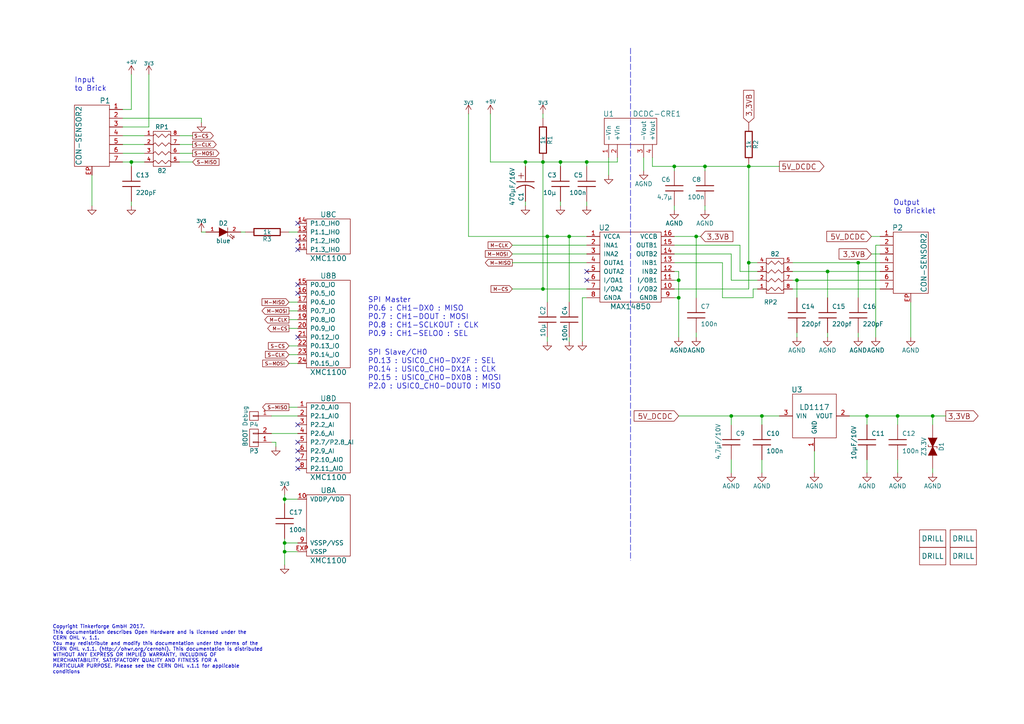
<source format=kicad_sch>
(kicad_sch (version 20211123) (generator eeschema)
  (paper "A4")
  (title_block (title "Bricklet Isolator") (date "2017-12-11") (rev "1.0") (company "Tinkerforge GmbH") (comment 1 "Licensed under CERN OHL v.1.1") (comment 2 "Copyright (©) 2017, L.Lauer <lukas@tinkerforge.com>"))
  (lib_symbols
    (symbol "tinkerforge:+5V" (power) (pin_names (offset 0))
      (property "Value" "+5V" (at 0 3.556 0))
      (symbol "+5V_0_1"
        (polyline (pts (xy -0.762 1.27) (xy 0 2.54)))
        (polyline (pts (xy 0 0) (xy 0 2.54)))
        (polyline (pts (xy 0 2.54) (xy 0.762 1.27)))
      )
      (symbol "+5V_1_1"
        (pin power_in line (at 0 0 90) (length 0) hide (name "+5V") (number "1"))
      )
    )
    (symbol "tinkerforge:3V3" (power) (pin_names (offset 0))
      (property "Value" "3V3" (at 0 3.556 0))
      (symbol "3V3_0_1"
        (polyline (pts (xy -0.762 1.27) (xy 0 2.54)))
        (polyline (pts (xy 0 0) (xy 0 2.54)))
        (polyline (pts (xy 0 2.54) (xy 0.762 1.27)))
      )
      (symbol "3V3_1_1"
        (pin power_in line (at 0 0 90) (length 0) hide (name "3V3") (number "1"))
      )
    )
    (symbol "tinkerforge:AGND" (power) (pin_names (offset 0))
      (property "Value" "AGND" (at 0 -5.08 0))
      (symbol "AGND_0_1"
        (polyline (pts (xy 0 0) (xy 0 -1.27) (xy 1.27 -1.27) (xy 0 -2.54) (xy -1.27 -1.27) (xy 0 -1.27)))
      )
      (symbol "AGND_1_1"
        (pin power_in line (at 0 0 270) (length 0) hide (name "AGND") (number "1"))
      )
    )
    (symbol "tinkerforge:C" (pin_numbers hide) (pin_names (offset 0.254))
      (property "Reference" "C" (at 1.27 2.54 0))
      (property "Value" "C" (at 1.27 -2.54 0))
      (symbol "C_0_1"
        (polyline (pts (xy -2.54 -0.762) (xy 2.54 -0.762)) (stroke (width 0.254)))
        (polyline (pts (xy -2.54 0.762) (xy 2.54 0.762)) (stroke (width 0.254)))
      )
      (symbol "C_1_1"
        (pin passive line (at 0 5.08 270) (length 4.318) (name "~") (number "1"))
        (pin passive line (at 0 -5.08 90) (length 4.318) (name "~") (number "2"))
      )
    )
    (symbol "tinkerforge:CON-SENSOR2" (pin_names (offset 1.016))
      (property "Reference" "P" (at -3.81 10.16 0))
      (property "Value" "CON-SENSOR2" (at 3.81 0 90))
      (symbol "CON-SENSOR2_0_1"
        (rectangle (start -5.08 8.89) (end 5.08 -8.89))
      )
      (symbol "CON-SENSOR2_1_1"
        (pin passive line (at -8.89 7.62 0) (length 3.81) (name "~") (number "1"))
        (pin passive line (at -8.89 5.08 0) (length 3.81) (name "~") (number "2"))
        (pin passive line (at -8.89 2.54 0) (length 3.81) (name "~") (number "3"))
        (pin passive line (at -8.89 0 0) (length 3.81) (name "~") (number "4"))
        (pin passive line (at -8.89 -2.54 0) (length 3.81) (name "~") (number "5"))
        (pin passive line (at -8.89 -5.08 0) (length 3.81) (name "~") (number "6"))
        (pin passive line (at -8.89 -7.62 0) (length 3.81) (name "~") (number "7"))
        (pin passive line (at 0 -11.43 90) (length 2.54) (name "~") (number "EP"))
      )
    )
    (symbol "tinkerforge:CONN_01X01" (pin_names (offset 1.016) hide)
      (property "Reference" "P" (at 0 2.54 0))
      (property "Value" "CONN_01X01" (at 2.54 0 90))
      (symbol "CONN_01X01_0_1"
        (rectangle (start -1.27 0.127) (end 0.254 -0.127))
        (rectangle (start -1.27 1.27) (end 1.27 -1.27))
      )
      (symbol "CONN_01X01_1_1"
        (pin passive line (at -5.08 0 0) (length 3.81) (name "P1") (number "1"))
      )
    )
    (symbol "tinkerforge:CONN_01X02" (pin_names (offset 1.016) hide)
      (property "Reference" "P" (at 0 3.81 0))
      (property "Value" "CONN_01X02" (at 2.54 0 90))
      (symbol "CONN_01X02_0_1"
        (rectangle (start -1.27 -1.143) (end 0.254 -1.397))
        (rectangle (start -1.27 1.397) (end 0.254 1.143))
        (rectangle (start -1.27 2.54) (end 1.27 -2.54))
      )
      (symbol "CONN_01X02_1_1"
        (pin passive line (at -5.08 1.27 0) (length 3.81) (name "P1") (number "1"))
        (pin passive line (at -5.08 -1.27 0) (length 3.81) (name "P2") (number "2"))
      )
    )
    (symbol "tinkerforge:CP1" (pin_numbers hide) (pin_names (offset 0.254) hide)
      (property "Reference" "C" (at 1.27 2.54 0))
      (property "Value" "CP1" (at 1.27 -2.54 0))
      (symbol "CP1_0_0"
        (text "+" (at -1.27 2.54 0) (effects (font (size 2.032 2.032))))
      )
      (symbol "CP1_0_1"
        (polyline (pts (xy 0 1.27) (xy 0 0.762) (xy 0 0.762)))
        (polyline (pts (xy 2.54 0.635) (xy -2.54 0.635) (xy -2.54 0.635)) (stroke (width 0.254)))
        (arc (start 2.54 -1.27) (mid 0 -0.379) (end -2.54 -1.27) (stroke (width 0.254)))
      )
      (symbol "CP1_1_1"
        (pin passive line (at 0 5.08 270) (length 3.81) (name "~") (number "1"))
        (pin passive line (at 0 -5.08 90) (length 4.572) (name "~") (number "2"))
      )
    )
    (symbol "tinkerforge:DCDC-CRE1" (pin_names (offset 1.016))
      (property "Reference" "U" (at -6.35 5.08 0))
      (property "Value" "DCDC-CRE1" (at 7.62 5.08 0))
      (symbol "DCDC-CRE1_0_1"
        (rectangle (start -7.62 3.81) (end 7.62 -3.81))
      )
      (symbol "DCDC-CRE1_1_1"
        (pin passive line (at -6.35 -7.62 90) (length 3.81) (name "-Vin") (number "1"))
        (pin passive line (at -3.81 -7.62 90) (length 3.81) (name "+Vin") (number "2"))
        (pin passive line (at 3.81 -7.62 90) (length 3.81) (name "-Vout") (number "3"))
        (pin passive line (at 6.35 -7.62 90) (length 3.81) (name "+Vout") (number "4"))
      )
    )
    (symbol "tinkerforge:DRILL" (pin_numbers hide) (pin_names (offset 0) hide)
      (property "Value" "DRILL" (at 0 0 0))
      (symbol "DRILL_0_1"
        (rectangle (start -3.81 2.54) (end 3.81 -2.54))
      )
    )
    (symbol "tinkerforge:GND" (power) (pin_names (offset 0))
      (property "Value" "GND" (at 0 -5.08 0))
      (symbol "GND_0_1"
        (polyline (pts (xy 0 0) (xy 0 -1.27) (xy 1.27 -1.27) (xy 0 -2.54) (xy -1.27 -1.27) (xy 0 -1.27)))
      )
      (symbol "GND_1_1"
        (pin power_in line (at 0 0 270) (length 0) hide (name "GND") (number "1"))
      )
    )
    (symbol "tinkerforge:LD1117" (pin_names (offset 1.016))
      (property "Reference" "U" (at -5.08 12.7 0))
      (property "Value" "LD1117" (at 0 7.62 0))
      (symbol "LD1117_0_1"
        (rectangle (start -6.35 11.43) (end 6.35 -1.27))
      )
      (symbol "LD1117_1_1"
        (pin passive line (at 0 -5.08 90) (length 3.81) (name "GND") (number "1"))
        (pin output line (at 10.16 5.08 180) (length 3.81) (name "VOUT") (number "2"))
        (pin input line (at -10.16 5.08 0) (length 3.81) (name "VIN") (number "3"))
      )
    )
    (symbol "tinkerforge:LED" (pin_names (offset 1.016) hide)
      (property "Reference" "D" (at 0 2.54 0))
      (property "Value" "LED" (at 0 -2.54 0))
      (symbol "LED_0_1"
        (polyline (pts (xy 1.27 1.27) (xy 1.27 -1.27)))
        (polyline (pts (xy -1.27 1.27) (xy 1.27 0) (xy -1.27 -1.27)) (fill (type outline)))
        (polyline (pts (xy 1.651 -1.016) (xy 2.794 -2.032) (xy 2.667 -1.397)))
        (polyline (pts (xy 2.032 -0.635) (xy 3.175 -1.651) (xy 3.048 -1.016)))
      )
      (symbol "LED_1_1"
        (pin passive line (at -5.08 0 0) (length 3.81) (name "A") (number "1"))
        (pin passive line (at 5.08 0 180) (length 3.81) (name "K") (number "2"))
      )
    )
    (symbol "tinkerforge:MAX14850" (pin_names (offset 1.016))
      (property "Reference" "U" (at -7.62 11.43 0))
      (property "Value" "MAX14850" (at 0 -11.43 0))
      (symbol "MAX14850_0_1"
        (rectangle (start -8.89 10.16) (end 8.89 -10.16))
      )
      (symbol "MAX14850_1_1"
        (pin passive line (at -12.7 8.89 0) (length 3.81) (name "VCCA") (number "1"))
        (pin passive line (at 12.7 -6.35 180) (length 3.81) (name "I/OB2") (number "10"))
        (pin passive line (at 12.7 -3.81 180) (length 3.81) (name "I/OB1") (number "11"))
        (pin passive line (at 12.7 -1.27 180) (length 3.81) (name "INB2") (number "12"))
        (pin passive line (at 12.7 1.27 180) (length 3.81) (name "INB1") (number "13"))
        (pin passive line (at 12.7 3.81 180) (length 3.81) (name "OUTB2") (number "14"))
        (pin passive line (at 12.7 6.35 180) (length 3.81) (name "OUTB1") (number "15"))
        (pin passive line (at 12.7 8.89 180) (length 3.81) (name "VCCB") (number "16"))
        (pin passive line (at -12.7 6.35 0) (length 3.81) (name "INA1") (number "2"))
        (pin passive line (at -12.7 3.81 0) (length 3.81) (name "INA2") (number "3"))
        (pin passive line (at -12.7 1.27 0) (length 3.81) (name "OUTA1") (number "4"))
        (pin passive line (at -12.7 -1.27 0) (length 3.81) (name "OUTA2") (number "5"))
        (pin passive line (at -12.7 -3.81 0) (length 3.81) (name "I/OA1") (number "6"))
        (pin passive line (at -12.7 -6.35 0) (length 3.81) (name "I/OA2") (number "7"))
        (pin passive line (at -12.7 -8.89 0) (length 3.81) (name "GNDA") (number "8"))
        (pin passive line (at 12.7 -8.89 180) (length 3.81) (name "GNDB") (number "9"))
      )
    )
    (symbol "tinkerforge:R" (pin_numbers hide) (pin_names (offset 0))
      (property "Reference" "R" (at 2.032 0 90))
      (property "Value" "R" (at 0 0 90))
      (symbol "R_0_1"
        (rectangle (start -1.016 3.81) (end 1.016 -3.81) (stroke (width 0.3048)))
      )
      (symbol "R_1_1"
        (pin passive line (at 0 6.35 270) (length 2.54) (name "~") (number "1"))
        (pin passive line (at 0 -6.35 90) (length 2.54) (name "~") (number "2"))
      )
    )
    (symbol "tinkerforge:R_PACK4" (pin_names hide)
      (property "Reference" "RP" (at 0 11.43 0))
      (property "Value" "R_PACK4" (at 0 -1.27 0))
      (symbol "R_PACK4_0_1"
        (polyline (pts (xy -2.54 10.16) (xy -2.54 0) (xy 2.54 0) (xy 2.54 10.16) (xy -2.54 10.16)))
        (polyline (pts (xy -2.54 1.27) (xy -2.032 1.778) (xy -1.016 0.762) (xy 0 1.778) (xy 1.016 0.762) (xy 2.032 1.778) (xy 2.54 1.27)))
        (polyline (pts (xy -2.54 3.81) (xy -2.032 4.318) (xy -1.016 3.302) (xy 0 4.318) (xy 1.016 3.302) (xy 2.032 4.318) (xy 2.54 3.81)))
        (polyline (pts (xy -2.54 6.35) (xy -2.032 6.858) (xy -1.016 5.842) (xy 0 6.858) (xy 1.016 5.842) (xy 2.032 6.858) (xy 2.54 6.35)))
        (polyline (pts (xy -2.54 8.89) (xy -2.032 9.398) (xy -1.016 8.382) (xy 0 9.398) (xy 1.016 8.382) (xy 2.032 9.398) (xy 2.54 8.89)))
      )
      (symbol "R_PACK4_1_1"
        (pin passive line (at -5.08 8.89 0) (length 2.54) (name "P1") (number "1"))
        (pin passive line (at -5.08 6.35 0) (length 2.54) (name "P2") (number "2"))
        (pin passive line (at -5.08 3.81 0) (length 2.54) (name "P3") (number "3"))
        (pin passive line (at -5.08 1.27 0) (length 2.54) (name "P4") (number "4"))
        (pin passive line (at 5.08 1.27 180) (length 2.54) (name "R4") (number "5"))
        (pin passive line (at 5.08 3.81 180) (length 2.54) (name "R3") (number "6"))
        (pin passive line (at 5.08 6.35 180) (length 2.54) (name "R2") (number "7"))
        (pin passive line (at 5.08 8.89 180) (length 2.54) (name "R1") (number "8"))
      )
    )
    (symbol "tinkerforge:TVS" (pin_numbers hide) (pin_names (offset 1.016) hide)
      (property "Reference" "D" (at -1.27 2.54 0))
      (property "Value" "TVS" (at 0 -2.54 0))
      (symbol "TVS_0_1"
        (polyline (pts (xy 0 -1.27) (xy -0.508 -1.27)))
        (polyline (pts (xy 0 1.27) (xy 0 -1.27)) (stroke (width 0.1524)))
        (polyline (pts (xy 0 1.27) (xy 0.508 1.27)))
        (polyline (pts (xy -2.54 1.27) (xy 0 0) (xy -2.54 -1.27)) (fill (type outline)))
        (polyline (pts (xy -2.54 1.27) (xy 0 0) (xy -2.54 -1.27)) (fill (type outline)))
        (polyline (pts (xy 0 0) (xy 2.54 1.27) (xy 2.54 -1.27) (xy 0 0)) (fill (type outline)))
      )
      (symbol "TVS_1_1"
        (pin passive line (at -6.35 0 0) (length 3.81) (name "A") (number "1"))
        (pin passive line (at 6.35 0 180) (length 3.81) (name "K") (number "2"))
      )
    )
    (symbol "tinkerforge:XMC1XXX24" (pin_names (offset 1.016))
      (property "Reference" "U" (at -3.81 15.24 0))
      (property "Value" "XMC1XXX24" (at 0 -16.51 0))
      (symbol "XMC1XXX24_1_1"
        (rectangle (start -6.35 8.89) (end 6.35 -8.89))
        (pin passive line (at -8.89 7.62 0) (length 2.54) (name "VDDP/VDD") (number "10"))
        (pin passive line (at -8.89 -5.08 0) (length 2.54) (name "VSSP/VSS") (number "9"))
        (pin passive line (at -8.89 -7.62 0) (length 2.54) (name "VSSP") (number "EXP"))
      )
      (symbol "XMC1XXX24_2_1"
        (rectangle (start -6.35 12.7) (end 6.35 -12.7))
        (pin passive line (at -8.89 11.43 0) (length 2.54) (name "P0.0_IO") (number "15"))
        (pin passive line (at -8.89 8.89 0) (length 2.54) (name "P0.5_IO") (number "16"))
        (pin passive line (at -8.89 6.35 0) (length 2.54) (name "P0.6_IO") (number "17"))
        (pin passive line (at -8.89 3.81 0) (length 2.54) (name "P0.7_IO") (number "18"))
        (pin passive line (at -8.89 1.27 0) (length 2.54) (name "P0.8_IO") (number "19"))
        (pin passive line (at -8.89 -1.27 0) (length 2.54) (name "P0.9_IO") (number "20"))
        (pin passive line (at -8.89 -3.81 0) (length 2.54) (name "P0.12_IO") (number "21"))
        (pin passive line (at -8.89 -6.35 0) (length 2.54) (name "P0.13_IO") (number "22"))
        (pin passive line (at -8.89 -8.89 0) (length 2.54) (name "P0.14_IO") (number "23"))
        (pin passive line (at -8.89 -11.43 0) (length 2.54) (name "P0.15_IO") (number "24"))
      )
      (symbol "XMC1XXX24_3_1"
        (rectangle (start -6.35 5.08) (end 6.35 -5.08))
        (pin passive line (at -8.89 -3.81 0) (length 2.54) (name "P1.3_IHO") (number "11"))
        (pin passive line (at -8.89 -1.27 0) (length 2.54) (name "P1.2_IHO") (number "12"))
        (pin passive line (at -8.89 1.27 0) (length 2.54) (name "P1.1_IHO") (number "13"))
        (pin passive line (at -8.89 3.81 0) (length 2.54) (name "P1.0_IHO") (number "14"))
      )
      (symbol "XMC1XXX24_4_1"
        (rectangle (start -6.35 10.16) (end 6.35 -10.16))
        (pin passive line (at -8.89 8.89 0) (length 2.54) (name "P2.0_AIO") (number "1"))
        (pin passive line (at -8.89 6.35 0) (length 2.54) (name "P2.1_AIO") (number "2"))
        (pin passive line (at -8.89 3.81 0) (length 2.54) (name "P2.2_AI") (number "3"))
        (pin passive line (at -8.89 1.27 0) (length 2.54) (name "P2.6_AI") (number "4"))
        (pin passive line (at -8.89 -1.27 0) (length 2.54) (name "P2.7/P2.8_AI") (number "5"))
        (pin passive line (at -8.89 -3.81 0) (length 2.54) (name "P2.9_AI") (number "6"))
        (pin passive line (at -8.89 -6.35 0) (length 2.54) (name "P2.10_AIO") (number "7"))
        (pin passive line (at -8.89 -8.89 0) (length 2.54) (name "P2.11_AIO") (number "8"))
      )
    )
  )
  (junction (at 201.93 68.58))
  (junction (at 38.1 46.99))
  (junction (at 217.17 76.2))
  (junction (at 217.17 48.26))
  (junction (at 204.47 48.26))
  (junction (at 220.98 120.65))
  (junction (at 157.48 83.82))
  (junction (at 251.46 120.65))
  (junction (at 157.48 46.99))
  (junction (at 231.14 81.28))
  (junction (at 158.75 68.58))
  (junction (at 82.55 157.48))
  (junction (at 82.55 144.78))
  (junction (at 82.55 160.02))
  (junction (at 196.85 81.28))
  (junction (at 170.18 46.99))
  (junction (at 270.51 120.65))
  (junction (at 195.58 48.26))
  (junction (at 152.4 46.99))
  (junction (at 162.56 46.99))
  (junction (at 212.09 120.65))
  (junction (at 196.85 86.36))
  (junction (at 165.1 68.58))
  (junction (at 248.92 76.2))
  (junction (at 240.03 78.74))
  (junction (at 260.35 120.65))
  (no_connect (at 86.36 135.89))
  (no_connect (at 86.36 128.27))
  (no_connect (at 86.36 69.85))
  (no_connect (at 170.18 81.28))
  (no_connect (at 170.18 78.74))
  (no_connect (at 86.36 85.09))
  (no_connect (at 86.36 130.81))
  (no_connect (at 86.36 72.39))
  (no_connect (at 86.36 64.77))
  (no_connect (at 86.36 82.55))
  (no_connect (at 86.36 133.35))
  (no_connect (at 86.36 123.19))
  (no_connect (at 86.36 97.79))
  (wire (pts (xy 195.58 86.36) (xy 196.85 86.36)))
  (wire (pts (xy 83.82 87.63) (xy 86.36 87.63)))
  (wire (pts (xy 86.36 95.25) (xy 83.82 95.25)))
  (wire (pts (xy 58.42 34.29) (xy 58.42 35.56)))
  (wire (pts (xy 78.74 128.27) (xy 80.01 128.27)))
  (wire (pts (xy 195.58 81.28) (xy 196.85 81.28)))
  (wire (pts (xy 38.1 59.69) (xy 38.1 58.42)))
  (wire (pts (xy 231.14 96.52) (xy 231.14 97.79)))
  (wire (pts (xy 260.35 120.65) (xy 270.51 120.65)))
  (wire (pts (xy 229.87 76.2) (xy 248.92 76.2)))
  (wire (pts (xy 218.44 83.82) (xy 219.71 83.82)))
  (wire (pts (xy 212.09 73.66) (xy 212.09 81.28)))
  (wire (pts (xy 251.46 123.19) (xy 251.46 120.65)))
  (wire (pts (xy 55.88 41.91) (xy 52.07 41.91)))
  (wire (pts (xy 86.36 118.11) (xy 83.82 118.11)))
  (wire (pts (xy 255.27 71.12) (xy 254 71.12)))
  (wire (pts (xy 170.18 86.36) (xy 168.91 86.36)))
  (wire (pts (xy 218.44 83.82) (xy 218.44 86.36)))
  (polyline (pts (xy 182.88 13.97) (xy 182.88 162.56)))
  (wire (pts (xy 86.36 102.87) (xy 83.82 102.87)))
  (wire (pts (xy 148.59 76.2) (xy 170.18 76.2)))
  (wire (pts (xy 251.46 137.16) (xy 251.46 133.35)))
  (wire (pts (xy 240.03 86.36) (xy 240.03 78.74)))
  (wire (pts (xy 35.56 46.99) (xy 38.1 46.99)))
  (wire (pts (xy 195.58 76.2) (xy 209.55 76.2)))
  (wire (pts (xy 204.47 48.26) (xy 217.17 48.26)))
  (wire (pts (xy 157.48 46.99) (xy 162.56 46.99)))
  (wire (pts (xy 179.07 46.99) (xy 179.07 45.72)))
  (wire (pts (xy 135.89 68.58) (xy 158.75 68.58)))
  (wire (pts (xy 38.1 31.75) (xy 38.1 21.59)))
  (wire (pts (xy 35.56 34.29) (xy 58.42 34.29)))
  (wire (pts (xy 148.59 73.66) (xy 170.18 73.66)))
  (wire (pts (xy 270.51 123.19) (xy 270.51 120.65)))
  (wire (pts (xy 209.55 76.2) (xy 209.55 86.36)))
  (wire (pts (xy 152.4 48.26) (xy 152.4 46.99)))
  (wire (pts (xy 43.18 36.83) (xy 35.56 36.83)))
  (wire (pts (xy 82.55 160.02) (xy 86.36 160.02)))
  (wire (pts (xy 82.55 157.48) (xy 82.55 160.02)))
  (wire (pts (xy 270.51 120.65) (xy 274.32 120.65)))
  (wire (pts (xy 196.85 78.74) (xy 196.85 81.28)))
  (wire (pts (xy 162.56 46.99) (xy 170.18 46.99)))
  (wire (pts (xy 83.82 100.33) (xy 86.36 100.33)))
  (wire (pts (xy 196.85 81.28) (xy 196.85 86.36)))
  (wire (pts (xy 195.58 49.53) (xy 195.58 48.26)))
  (wire (pts (xy 152.4 46.99) (xy 157.48 46.99)))
  (wire (pts (xy 82.55 160.02) (xy 82.55 163.83)))
  (wire (pts (xy 142.24 46.99) (xy 142.24 33.02)))
  (wire (pts (xy 217.17 48.26) (xy 226.06 48.26)))
  (wire (pts (xy 135.89 68.58) (xy 135.89 33.02)))
  (wire (pts (xy 35.56 39.37) (xy 41.91 39.37)))
  (wire (pts (xy 255.27 78.74) (xy 240.03 78.74)))
  (wire (pts (xy 212.09 133.35) (xy 212.09 137.16)))
  (wire (pts (xy 270.51 137.16) (xy 270.51 135.89)))
  (wire (pts (xy 220.98 137.16) (xy 220.98 133.35)))
  (wire (pts (xy 260.35 123.19) (xy 260.35 120.65)))
  (wire (pts (xy 142.24 46.99) (xy 152.4 46.99)))
  (wire (pts (xy 148.59 71.12) (xy 170.18 71.12)))
  (wire (pts (xy 71.12 67.31) (xy 69.85 67.31)))
  (wire (pts (xy 226.06 120.65) (xy 220.98 120.65)))
  (wire (pts (xy 189.23 45.72) (xy 189.23 48.26)))
  (wire (pts (xy 43.18 21.59) (xy 43.18 36.83)))
  (wire (pts (xy 260.35 133.35) (xy 260.35 137.16)))
  (wire (pts (xy 248.92 86.36) (xy 248.92 76.2)))
  (wire (pts (xy 165.1 68.58) (xy 165.1 87.63)))
  (wire (pts (xy 165.1 97.79) (xy 165.1 99.06)))
  (wire (pts (xy 212.09 120.65) (xy 196.85 120.65)))
  (wire (pts (xy 214.63 78.74) (xy 219.71 78.74)))
  (wire (pts (xy 158.75 99.06) (xy 158.75 97.79)))
  (wire (pts (xy 148.59 83.82) (xy 157.48 83.82)))
  (wire (pts (xy 165.1 68.58) (xy 170.18 68.58)))
  (wire (pts (xy 189.23 48.26) (xy 195.58 48.26)))
  (wire (pts (xy 162.56 58.42) (xy 162.56 59.69)))
  (wire (pts (xy 152.4 58.42) (xy 152.4 59.69)))
  (wire (pts (xy 82.55 156.21) (xy 82.55 157.48)))
  (wire (pts (xy 195.58 73.66) (xy 212.09 73.66)))
  (wire (pts (xy 252.73 73.66) (xy 255.27 73.66)))
  (wire (pts (xy 82.55 157.48) (xy 86.36 157.48)))
  (wire (pts (xy 26.67 50.8) (xy 26.67 59.69)))
  (wire (pts (xy 201.93 96.52) (xy 201.93 97.79)))
  (wire (pts (xy 59.69 67.31) (xy 58.42 67.31)))
  (wire (pts (xy 248.92 96.52) (xy 248.92 97.79)))
  (wire (pts (xy 80.01 128.27) (xy 80.01 129.54)))
  (wire (pts (xy 212.09 123.19) (xy 212.09 120.65)))
  (wire (pts (xy 170.18 48.26) (xy 170.18 46.99)))
  (wire (pts (xy 254 71.12) (xy 254 97.79)))
  (wire (pts (xy 251.46 120.65) (xy 260.35 120.65)))
  (wire (pts (xy 195.58 71.12) (xy 214.63 71.12)))
  (wire (pts (xy 86.36 144.78) (xy 82.55 144.78)))
  (wire (pts (xy 204.47 60.96) (xy 204.47 59.69)))
  (wire (pts (xy 204.47 49.53) (xy 204.47 48.26)))
  (wire (pts (xy 170.18 58.42) (xy 170.18 59.69)))
  (wire (pts (xy 217.17 76.2) (xy 219.71 76.2)))
  (wire (pts (xy 35.56 31.75) (xy 38.1 31.75)))
  (wire (pts (xy 217.17 76.2) (xy 217.17 83.82)))
  (wire (pts (xy 252.73 68.58) (xy 255.27 68.58)))
  (wire (pts (xy 220.98 120.65) (xy 212.09 120.65)))
  (wire (pts (xy 201.93 68.58) (xy 201.93 86.36)))
  (wire (pts (xy 231.14 86.36) (xy 231.14 81.28)))
  (wire (pts (xy 195.58 48.26) (xy 204.47 48.26)))
  (wire (pts (xy 86.36 125.73) (xy 78.74 125.73)))
  (wire (pts (xy 83.82 105.41) (xy 86.36 105.41)))
  (wire (pts (xy 86.36 90.17) (xy 83.82 90.17)))
  (wire (pts (xy 186.69 45.72) (xy 186.69 49.53)))
  (wire (pts (xy 195.58 60.96) (xy 195.58 59.69)))
  (wire (pts (xy 196.85 86.36) (xy 196.85 97.79)))
  (wire (pts (xy 248.92 76.2) (xy 255.27 76.2)))
  (wire (pts (xy 240.03 78.74) (xy 229.87 78.74)))
  (wire (pts (xy 220.98 123.19) (xy 220.98 120.65)))
  (wire (pts (xy 35.56 44.45) (xy 41.91 44.45)))
  (wire (pts (xy 52.07 44.45) (xy 55.88 44.45)))
  (wire (pts (xy 157.48 34.29) (xy 157.48 33.02)))
  (wire (pts (xy 78.74 120.65) (xy 86.36 120.65)))
  (wire (pts (xy 38.1 46.99) (xy 38.1 48.26)))
  (wire (pts (xy 168.91 86.36) (xy 168.91 99.06)))
  (wire (pts (xy 195.58 68.58) (xy 201.93 68.58)))
  (wire (pts (xy 38.1 46.99) (xy 41.91 46.99)))
  (wire (pts (xy 176.53 45.72) (xy 176.53 50.8)))
  (wire (pts (xy 195.58 78.74) (xy 196.85 78.74)))
  (wire (pts (xy 157.48 83.82) (xy 170.18 83.82)))
  (wire (pts (xy 217.17 48.26) (xy 217.17 76.2)))
  (wire (pts (xy 236.22 130.81) (xy 236.22 137.16)))
  (wire (pts (xy 201.93 68.58) (xy 203.2 68.58)))
  (wire (pts (xy 212.09 81.28) (xy 219.71 81.28)))
  (wire (pts (xy 246.38 120.65) (xy 251.46 120.65)))
  (wire (pts (xy 83.82 92.71) (xy 86.36 92.71)))
  (wire (pts (xy 157.48 46.99) (xy 157.48 83.82)))
  (wire (pts (xy 170.18 46.99) (xy 179.07 46.99)))
  (wire (pts (xy 240.03 96.52) (xy 240.03 97.79)))
  (wire (pts (xy 229.87 81.28) (xy 231.14 81.28)))
  (wire (pts (xy 83.82 67.31) (xy 86.36 67.31)))
  (wire (pts (xy 41.91 41.91) (xy 35.56 41.91)))
  (wire (pts (xy 158.75 68.58) (xy 165.1 68.58)))
  (wire (pts (xy 264.16 97.79) (xy 264.16 87.63)))
  (wire (pts (xy 82.55 143.51) (xy 82.55 144.78)))
  (wire (pts (xy 218.44 86.36) (xy 209.55 86.36)))
  (wire (pts (xy 231.14 81.28) (xy 255.27 81.28)))
  (wire (pts (xy 52.07 39.37) (xy 55.88 39.37)))
  (wire (pts (xy 162.56 48.26) (xy 162.56 46.99)))
  (wire (pts (xy 217.17 83.82) (xy 195.58 83.82)))
  (wire (pts (xy 158.75 87.63) (xy 158.75 68.58)))
  (wire (pts (xy 55.88 46.99) (xy 52.07 46.99)))
  (wire (pts (xy 82.55 144.78) (xy 82.55 146.05)))
  (wire (pts (xy 214.63 71.12) (xy 214.63 78.74)))
  (wire (pts (xy 255.27 83.82) (xy 229.87 83.82)))
  (text "Output\nto Bricklet" (at 259.08 62.23 0) (effects (font (size 1.524 1.524)) (justify left bottom)))
  (text "SPI Slave/CH0\nP0.13 : USIC0_CH0-DX2F : SEL\nP0.14 : USIC0_CH0-DX1A : CLK\nP0.15 : USIC0_CH0-DX0B : MOSI\nP2.0 : USIC0_CH0-DOUT0 : MISO" (at 106.68 113.03 0) (effects (font (size 1.524 1.524)) (justify left bottom)))
  (text "Input\nto Brick" (at 21.59 26.67 0) (effects (font (size 1.524 1.524)) (justify left bottom)))
  (text "Copyright Tinkerforge GmbH 2017.\nThis documentation describes Open Hardware and is licensed under the\nCERN OHL v. 1.1.\nYou may redistribute and modify this documentation under the terms of the\nCERN OHL v.1.1. (http://ohwr.org/cernohl). This documentation is distributed\nWITHOUT ANY EXPRESS OR IMPLIED WARRANTY, INCLUDING OF\nMERCHANTABILITY, SATISFACTORY QUALITY AND FITNESS FOR A\nPARTICULAR PURPOSE. Please see the CERN OHL v.1.1 for applicable\nconditions\n" (at 15.24 195.58 0) (effects (font (size 1.016 1.016)) (justify left bottom)))
  (text "SPI Master\nP0.6 : CH1-DX0 : MISO\nP0.7 : CH1-DOUT : MOSI\nP0.8 : CH1-SCLKOUT : CLK\nP0.9 : CH1-SELO0 : SEL" (at 106.68 97.79 0) (effects (font (size 1.524 1.524)) (justify left bottom)))
  (global_label "M-CS" (shape input) (at 148.59 83.82 180) (effects (font (size 0.9906 0.9906))) (property "Intersheet References" "${INTERSHEET_REFS}" (effects hide)))
  (global_label "5V_DCDC" (shape input) (at 252.73 68.58 180) (effects (font (size 1.524 1.524))) (property "Intersheet References" "${INTERSHEET_REFS}" (effects hide)))
  (global_label "S-MOSI" (shape output) (at 55.88 44.45 0) (effects (font (size 0.9906 0.9906))) (property "Intersheet References" "${INTERSHEET_REFS}" (effects hide)))
  (global_label "M-CS" (shape output) (at 83.82 95.25 180) (effects (font (size 0.9906 0.9906))) (property "Intersheet References" "${INTERSHEET_REFS}" (effects hide)))
  (global_label "S-MOSI" (shape input) (at 83.82 105.41 180) (effects (font (size 0.9906 0.9906))) (property "Intersheet References" "${INTERSHEET_REFS}" (effects hide)))
  (global_label "M-CLK" (shape output) (at 83.82 92.71 180) (effects (font (size 0.9906 0.9906))) (property "Intersheet References" "${INTERSHEET_REFS}" (effects hide)))
  (global_label "S-MISO" (shape output) (at 83.82 118.11 180) (effects (font (size 0.9906 0.9906))) (property "Intersheet References" "${INTERSHEET_REFS}" (effects hide)))
  (global_label "S-CS" (shape input) (at 83.82 100.33 180) (effects (font (size 0.9906 0.9906))) (property "Intersheet References" "${INTERSHEET_REFS}" (effects hide)))
  (global_label "M-CLK" (shape input) (at 148.59 71.12 180) (effects (font (size 0.9906 0.9906))) (property "Intersheet References" "${INTERSHEET_REFS}" (effects hide)))
  (global_label "3,3VB" (shape input) (at 217.17 35.56 90) (effects (font (size 1.524 1.524))) (property "Intersheet References" "${INTERSHEET_REFS}" (effects hide)))
  (global_label "S-CLK" (shape input) (at 83.82 102.87 180) (effects (font (size 0.9906 0.9906))) (property "Intersheet References" "${INTERSHEET_REFS}" (effects hide)))
  (global_label "M-MOSI" (shape input) (at 148.59 73.66 180) (effects (font (size 0.9906 0.9906))) (property "Intersheet References" "${INTERSHEET_REFS}" (effects hide)))
  (global_label "3,3VB" (shape input) (at 252.73 73.66 180) (effects (font (size 1.524 1.524))) (property "Intersheet References" "${INTERSHEET_REFS}" (effects hide)))
  (global_label "5V_DCDC" (shape output) (at 226.06 48.26 0) (effects (font (size 1.524 1.524))) (property "Intersheet References" "${INTERSHEET_REFS}" (effects hide)))
  (global_label "S-CLK" (shape output) (at 55.88 41.91 0) (effects (font (size 0.9906 0.9906))) (property "Intersheet References" "${INTERSHEET_REFS}" (effects hide)))
  (global_label "S-MISO" (shape input) (at 55.88 46.99 0) (effects (font (size 0.9906 0.9906))) (property "Intersheet References" "${INTERSHEET_REFS}" (effects hide)))
  (global_label "M-MOSI" (shape output) (at 83.82 90.17 180) (effects (font (size 0.9906 0.9906))) (property "Intersheet References" "${INTERSHEET_REFS}" (effects hide)))
  (global_label "M-MISO" (shape input) (at 83.82 87.63 180) (effects (font (size 0.9906 0.9906))) (property "Intersheet References" "${INTERSHEET_REFS}" (effects hide)))
  (global_label "3,3VB" (shape input) (at 203.2 68.58 0) (effects (font (size 1.524 1.524))) (property "Intersheet References" "${INTERSHEET_REFS}" (effects hide)))
  (global_label "3,3VB" (shape output) (at 274.32 120.65 0) (effects (font (size 1.524 1.524))) (property "Intersheet References" "${INTERSHEET_REFS}" (effects hide)))
  (global_label "M-MISO" (shape output) (at 148.59 76.2 180) (effects (font (size 0.9906 0.9906))) (property "Intersheet References" "${INTERSHEET_REFS}" (effects hide)))
  (global_label "S-CS" (shape output) (at 55.88 39.37 0) (effects (font (size 0.9906 0.9906))) (property "Intersheet References" "${INTERSHEET_REFS}" (effects hide)))
  (global_label "5V_DCDC" (shape input) (at 196.85 120.65 180) (effects (font (size 1.524 1.524))) (property "Intersheet References" "${INTERSHEET_REFS}" (effects hide)))
  (symbol (lib_id "tinkerforge:MAX14850") (at 182.88 77.47 0) (unit 1)
    (property "Reference" "U2" (at 175.26 66.04 0) (effects (font (size 1.524 1.524))))
    (property "Value" "MAX14850" (at 182.88 88.9 0) (effects (font (size 1.524 1.524))))
    (property "Footprint" "kicad-libraries:SOIC16" (effects hide))
  )
  (symbol (lib_id "tinkerforge:CON-SENSOR2") (at 26.67 39.37 0) (mirror y) (unit 1)
    (property "Reference" "P1" (at 30.48 29.21 0) (effects (font (size 1.524 1.524))))
    (property "Value" "CON-SENSOR2" (at 22.86 39.37 90) (effects (font (size 1.524 1.524))))
    (property "Footprint" "kicad-libraries:CON-SENSOR2" (effects hide))
  )
  (symbol (lib_id "tinkerforge:CON-SENSOR2") (at 264.16 76.2 0) (unit 1)
    (property "Reference" "P2" (at 260.35 66.04 0) (effects (font (size 1.524 1.524))))
    (property "Value" "CON-SENSOR2" (at 267.97 76.2 90) (effects (font (size 1.524 1.524))))
    (property "Footprint" "kicad-libraries:CON-SENSOR2" (effects hide))
  )
  (symbol (lib_id "tinkerforge:LD1117") (at 236.22 125.73 0) (unit 1)
    (property "Reference" "U3" (at 231.14 113.03 0) (effects (font (size 1.524 1.524))))
    (property "Value" "LD1117" (at 236.22 118.11 0) (effects (font (size 1.524 1.524))))
    (property "Footprint" "kicad-libraries:SOT-223" (effects hide))
  )
  (symbol (lib_id "tinkerforge:C") (at 212.09 128.27 0) (unit 1)
    (property "Reference" "C9" (at 213.36 125.73 0) (effects (justify left)))
    (property "Value" "4,7µF/10V" (at 208.28 133.35 90) (effects (justify left)))
    (property "Footprint" "kicad-libraries:C0805" (effects hide))
  )
  (symbol (lib_id "tinkerforge:C") (at 220.98 128.27 0) (unit 1)
    (property "Reference" "C10" (at 222.25 125.73 0) (effects (justify left)))
    (property "Value" "100n" (at 222.25 130.81 0) (effects (justify left)))
    (property "Footprint" "kicad-libraries:C0603F" (effects hide))
  )
  (symbol (lib_id "tinkerforge:C") (at 251.46 128.27 0) (unit 1)
    (property "Reference" "C11" (at 252.73 125.73 0) (effects (justify left)))
    (property "Value" "10µF/10V" (at 247.65 133.35 90) (effects (justify left)))
    (property "Footprint" "kicad-libraries:C0805" (effects hide))
  )
  (symbol (lib_id "tinkerforge:C") (at 260.35 128.27 0) (unit 1)
    (property "Reference" "C12" (at 261.62 125.73 0) (effects (justify left)))
    (property "Value" "100n" (at 261.62 130.81 0) (effects (justify left)))
    (property "Footprint" "kicad-libraries:C0603F" (effects hide))
  )
  (symbol (lib_id "tinkerforge:DCDC-CRE1") (at 182.88 38.1 0) (unit 1)
    (property "Reference" "U1" (at 176.53 33.02 0) (effects (font (size 1.524 1.524))))
    (property "Value" "DCDC-CRE1" (at 190.5 33.02 0) (effects (font (size 1.524 1.524))))
    (property "Footprint" "kicad-libraries:SIP4" (effects hide))
  )
  (symbol (lib_id "tinkerforge:GND") (at 176.53 50.8 0) (unit 1)
    (property "Reference" "#PWR01" (effects hide))
    (property "Value" "GND" (effects hide))
  )
  (symbol (lib_id "tinkerforge:GND") (at 168.91 99.06 0) (unit 1)
    (property "Reference" "#PWR06" (effects hide))
    (property "Value" "GND" (effects hide))
  )
  (symbol (lib_id "tinkerforge:R") (at 157.48 40.64 0) (unit 1)
    (property "Reference" "R1" (at 159.512 40.64 90))
    (property "Value" "1k" (at 157.48 40.64 90))
    (property "Footprint" "kicad-libraries:R0603F" (effects hide))
  )
  (symbol (lib_id "tinkerforge:3V3") (at 157.48 33.02 0) (unit 1)
    (property "Reference" "#PWR07" (effects hide))
    (property "Value" "3V3" (at 157.48 29.845 0) (effects (font (size 1.016 1.016))))
  )
  (symbol (lib_id "tinkerforge:R") (at 217.17 41.91 0) (unit 1)
    (property "Reference" "R2" (at 219.202 41.91 90))
    (property "Value" "1k" (at 217.17 41.91 90))
    (property "Footprint" "kicad-libraries:R0603F" (effects hide))
  )
  (symbol (lib_id "tinkerforge:GND") (at 58.42 35.56 0) (unit 1)
    (property "Reference" "#PWR08" (effects hide))
    (property "Value" "GND" (effects hide))
  )
  (symbol (lib_id "tinkerforge:C") (at 201.93 91.44 0) (unit 1)
    (property "Reference" "C7" (at 203.2 88.9 0) (effects (justify left)))
    (property "Value" "100n" (at 203.2 93.98 0) (effects (justify left)))
    (property "Footprint" "kicad-libraries:C0603F" (effects hide))
  )
  (symbol (lib_id "tinkerforge:C") (at 165.1 92.71 0) (unit 1)
    (property "Reference" "C4" (at 163.83 91.44 90) (effects (justify left)))
    (property "Value" "100n" (at 163.83 99.06 90) (effects (justify left)))
    (property "Footprint" "kicad-libraries:C0603F" (effects hide))
  )
  (symbol (lib_id "tinkerforge:GND") (at 165.1 99.06 0) (unit 1)
    (property "Reference" "#PWR014" (effects hide))
    (property "Value" "GND" (effects hide))
  )
  (symbol (lib_id "tinkerforge:AGND") (at 201.93 97.79 0) (unit 1)
    (property "Reference" "#PWR015" (effects hide))
    (property "Value" "AGND" (at 201.93 101.6 0))
  )
  (symbol (lib_id "tinkerforge:CP1") (at 152.4 53.34 0) (unit 1)
    (property "Reference" "C1" (at 151.13 58.42 90) (effects (justify left)))
    (property "Value" "470µF/16V" (at 148.59 59.69 90) (effects (justify left)))
    (property "Footprint" "kicad-libraries:ELKO_83" (effects hide))
  )
  (symbol (lib_id "tinkerforge:C") (at 170.18 53.34 0) (unit 1)
    (property "Reference" "C5" (at 166.37 50.8 0) (effects (justify left)))
    (property "Value" "100n" (at 165.1 55.88 0) (effects (justify left)))
    (property "Footprint" "kicad-libraries:C0603F" (effects hide))
  )
  (symbol (lib_id "tinkerforge:C") (at 162.56 53.34 0) (unit 1)
    (property "Reference" "C3" (at 158.75 50.8 0) (effects (justify left)))
    (property "Value" "10µ" (at 157.48 55.88 0) (effects (justify left)))
    (property "Footprint" "kicad-libraries:C0805" (effects hide))
  )
  (symbol (lib_id "tinkerforge:GND") (at 152.4 59.69 0) (unit 1)
    (property "Reference" "#PWR016" (effects hide))
    (property "Value" "GND" (effects hide))
  )
  (symbol (lib_id "tinkerforge:GND") (at 162.56 59.69 0) (unit 1)
    (property "Reference" "#PWR017" (effects hide))
    (property "Value" "GND" (effects hide))
  )
  (symbol (lib_id "tinkerforge:GND") (at 170.18 59.69 0) (unit 1)
    (property "Reference" "#PWR018" (effects hide))
    (property "Value" "GND" (effects hide))
  )
  (symbol (lib_id "tinkerforge:C") (at 195.58 54.61 0) (unit 1)
    (property "Reference" "C6" (at 191.77 52.07 0) (effects (justify left)))
    (property "Value" "4,7µ" (at 190.5 57.15 0) (effects (justify left)))
    (property "Footprint" "kicad-libraries:C0805" (effects hide))
  )
  (symbol (lib_id "tinkerforge:C") (at 204.47 54.61 0) (unit 1)
    (property "Reference" "C8" (at 200.66 52.07 0) (effects (justify left)))
    (property "Value" "100n" (at 199.39 57.15 0) (effects (justify left)))
    (property "Footprint" "kicad-libraries:C0603F" (effects hide))
  )
  (symbol (lib_id "tinkerforge:C") (at 158.75 92.71 0) (unit 1)
    (property "Reference" "C2" (at 157.48 91.44 90) (effects (justify left)))
    (property "Value" "10µ" (at 157.48 97.79 90) (effects (justify left)))
    (property "Footprint" "kicad-libraries:C0805" (effects hide))
  )
  (symbol (lib_id "tinkerforge:GND") (at 158.75 99.06 0) (unit 1)
    (property "Reference" "#PWR021" (effects hide))
    (property "Value" "GND" (effects hide))
  )
  (symbol (lib_id "tinkerforge:TVS") (at 270.51 129.54 270) (unit 1)
    (property "Reference" "D1" (at 273.05 129.54 0))
    (property "Value" "Z3.3V" (at 267.97 129.54 0))
    (property "Footprint" "kicad-libraries:SOD-323" (effects hide))
  )
  (symbol (lib_id "tinkerforge:DRILL") (at 279.4 161.29 0) (unit 1)
    (property "Reference" "U7" (effects hide))
    (property "Value" "DRILL" (at 279.4 161.29 0) (effects (font (size 1.524 1.524))))
    (property "Footprint" "kicad-libraries:DRILL_NP" (effects hide))
  )
  (symbol (lib_id "tinkerforge:DRILL") (at 270.51 161.29 0) (unit 1)
    (property "Reference" "U5" (effects hide))
    (property "Value" "DRILL" (at 270.51 161.29 0) (effects (font (size 1.524 1.524))))
    (property "Footprint" "kicad-libraries:DRILL_NP" (effects hide))
  )
  (symbol (lib_id "tinkerforge:DRILL") (at 270.51 156.21 0) (unit 1)
    (property "Reference" "U4" (effects hide))
    (property "Value" "DRILL" (at 270.51 156.21 0) (effects (font (size 1.524 1.524))))
    (property "Footprint" "kicad-libraries:DRILL_NP" (effects hide))
  )
  (symbol (lib_id "tinkerforge:DRILL") (at 279.4 156.21 0) (unit 1)
    (property "Reference" "U6" (effects hide))
    (property "Value" "DRILL" (at 279.4 156.21 0) (effects (font (size 1.524 1.524))))
    (property "Footprint" "kicad-libraries:DRILL_NP" (effects hide))
  )
  (symbol (lib_id "tinkerforge:3V3") (at 135.89 33.02 0) (unit 1)
    (property "Reference" "#PWR023" (effects hide))
    (property "Value" "3V3" (at 135.89 29.845 0) (effects (font (size 1.016 1.016))))
  )
  (symbol (lib_id "tinkerforge:R_PACK4") (at 46.99 48.26 0) (unit 1)
    (property "Reference" "RP1" (at 46.99 36.83 0))
    (property "Value" "82" (at 46.99 49.53 0))
    (property "Footprint" "kicad-libraries:4X0402" (effects hide))
  )
  (symbol (lib_id "tinkerforge:C") (at 38.1 53.34 0) (unit 1)
    (property "Reference" "C13" (at 39.37 50.8 0) (effects (justify left)))
    (property "Value" "220pF" (at 39.37 55.88 0) (effects (justify left)))
    (property "Footprint" "kicad-libraries:C0402F" (effects hide))
  )
  (symbol (lib_id "tinkerforge:R_PACK4") (at 224.79 74.93 0) (mirror x) (unit 1)
    (property "Reference" "RP2" (at 223.52 87.63 0))
    (property "Value" "82" (at 224.79 73.66 0))
    (property "Footprint" "kicad-libraries:4X0402" (effects hide))
  )
  (symbol (lib_id "tinkerforge:C") (at 231.14 91.44 0) (unit 1)
    (property "Reference" "C14" (at 232.41 88.9 0) (effects (justify left)))
    (property "Value" "220pf" (at 232.41 93.98 0) (effects (justify left)))
    (property "Footprint" "kicad-libraries:C0402F" (effects hide))
  )
  (symbol (lib_id "tinkerforge:C") (at 240.03 91.44 0) (unit 1)
    (property "Reference" "C15" (at 241.3 88.9 0) (effects (justify left)))
    (property "Value" "220pf" (at 241.3 93.98 0) (effects (justify left)))
    (property "Footprint" "kicad-libraries:C0402F" (effects hide))
  )
  (symbol (lib_id "tinkerforge:C") (at 248.92 91.44 0) (unit 1)
    (property "Reference" "C16" (at 250.19 88.9 0) (effects (justify left)))
    (property "Value" "220pF" (at 250.19 93.98 0) (effects (justify left)))
    (property "Footprint" "kicad-libraries:C0402F" (effects hide))
  )
  (symbol (lib_id "tinkerforge:XMC1XXX24") (at 95.25 127 0) (unit 4)
    (property "Reference" "U8" (at 95.25 115.57 0) (effects (font (size 1.524 1.524))))
    (property "Value" "XMC1100" (at 95.25 138.43 0) (effects (font (size 1.524 1.524))))
    (property "Footprint" "kicad-libraries:QFN24-4x4mm-0.5mm" (effects hide))
  )
  (symbol (lib_id "tinkerforge:XMC1XXX24") (at 95.25 93.98 0) (unit 2)
    (property "Reference" "U8" (at 95.25 80.01 0) (effects (font (size 1.524 1.524))))
    (property "Value" "XMC1100" (at 95.25 107.95 0) (effects (font (size 1.524 1.524))))
    (property "Footprint" "kicad-libraries:QFN24-4x4mm-0.5mm" (effects hide))
  )
  (symbol (lib_id "tinkerforge:XMC1XXX24") (at 95.25 68.58 0) (unit 3)
    (property "Reference" "U8" (at 95.25 62.23 0) (effects (font (size 1.524 1.524))))
    (property "Value" "XMC1100" (at 95.25 74.93 0) (effects (font (size 1.524 1.524))))
    (property "Footprint" "kicad-libraries:QFN24-4x4mm-0.5mm" (effects hide))
  )
  (symbol (lib_id "tinkerforge:XMC1XXX24") (at 95.25 152.4 0) (unit 1)
    (property "Reference" "U8" (at 95.25 142.24 0) (effects (font (size 1.524 1.524))))
    (property "Value" "XMC1100" (at 95.25 162.56 0) (effects (font (size 1.524 1.524))))
    (property "Footprint" "kicad-libraries:QFN24-4x4mm-0.5mm" (effects hide))
  )
  (symbol (lib_id "tinkerforge:C") (at 82.55 151.13 0) (unit 1)
    (property "Reference" "C17" (at 83.82 148.59 0) (effects (justify left)))
    (property "Value" "100n" (at 83.82 153.67 0) (effects (justify left)))
    (property "Footprint" "kicad-libraries:C0603F" (effects hide))
  )
  (symbol (lib_id "tinkerforge:3V3") (at 82.55 143.51 0) (unit 1)
    (property "Reference" "#PWR027" (effects hide))
    (property "Value" "3V3" (at 82.55 140.335 0) (effects (font (size 1.016 1.016))))
  )
  (symbol (lib_id "tinkerforge:GND") (at 82.55 163.83 0) (unit 1)
    (property "Reference" "#PWR028" (effects hide))
    (property "Value" "GND" (effects hide))
  )
  (symbol (lib_id "tinkerforge:CONN_01X02") (at 73.66 127 180) (unit 1)
    (property "Reference" "P3" (at 73.66 130.81 0))
    (property "Value" "BOOT" (at 71.12 127 90))
    (property "Footprint" "kicad-libraries:SolderJumper" (effects hide))
  )
  (symbol (lib_id "tinkerforge:GND") (at 80.01 129.54 0) (unit 1)
    (property "Reference" "#PWR029" (effects hide))
    (property "Value" "GND" (effects hide))
  )
  (symbol (lib_id "tinkerforge:R") (at 77.47 67.31 270) (unit 1)
    (property "Reference" "R3" (at 77.47 69.342 90))
    (property "Value" "1k" (at 77.47 67.31 90))
    (property "Footprint" "kicad-libraries:R0603F" (effects hide))
  )
  (symbol (lib_id "tinkerforge:LED") (at 64.77 67.31 0) (unit 1)
    (property "Reference" "D2" (at 64.77 64.77 0))
    (property "Value" "blue" (at 64.77 69.85 0))
    (property "Footprint" "kicad-libraries:D0603E" (effects hide))
  )
  (symbol (lib_id "tinkerforge:3V3") (at 58.42 67.31 0) (unit 1)
    (property "Reference" "#PWR030" (effects hide))
    (property "Value" "3V3" (at 58.42 64.135 0) (effects (font (size 1.016 1.016))))
  )
  (symbol (lib_id "tinkerforge:CONN_01X01") (at 73.66 120.65 180) (unit 1)
    (property "Reference" "P4" (at 73.66 123.19 0))
    (property "Value" "Debug" (at 71.12 120.65 90))
    (property "Footprint" "kicad-libraries:DEBUG_PAD" (effects hide))
  )
  (symbol (lib_id "tinkerforge:+5V") (at 142.24 33.02 0) (unit 1)
    (property "Reference" "#PWR031" (effects hide))
    (property "Value" "+5V" (at 142.24 29.464 0) (effects (font (size 1.016 1.016))))
  )
  (symbol (lib_id "tinkerforge:+5V") (at 38.1 21.59 0) (unit 1)
    (property "Reference" "#PWR032" (effects hide))
    (property "Value" "+5V" (at 38.1 18.034 0) (effects (font (size 1.016 1.016))))
  )
  (symbol (lib_id "tinkerforge:3V3") (at 43.18 21.59 0) (unit 1)
    (property "Reference" "#PWR033" (effects hide))
    (property "Value" "3V3" (at 43.18 18.415 0) (effects (font (size 1.016 1.016))))
  )
  (symbol (lib_id "tinkerforge:GND") (at 26.67 59.69 0) (unit 1)
    (property "Reference" "#PWR034" (effects hide))
    (property "Value" "GND" (effects hide))
  )
  (symbol (lib_id "tinkerforge:GND") (at 38.1 59.69 0) (unit 1)
    (property "Reference" "#PWR035" (effects hide))
    (property "Value" "GND" (effects hide))
  )
  (symbol (lib_id "tinkerforge:AGND") (at 196.85 97.79 0) (unit 1)
    (property "Reference" "#PWR?" (effects hide))
    (property "Value" "AGND" (at 196.85 101.6 0))
  )
  (symbol (lib_id "tinkerforge:AGND") (at 231.14 97.79 0) (unit 1)
    (property "Reference" "#PWR?" (effects hide))
    (property "Value" "AGND" (at 231.14 101.6 0))
  )
  (symbol (lib_id "tinkerforge:AGND") (at 240.03 97.79 0) (unit 1)
    (property "Reference" "#PWR?" (effects hide))
    (property "Value" "AGND" (at 240.03 101.6 0))
  )
  (symbol (lib_id "tinkerforge:AGND") (at 248.92 97.79 0) (unit 1)
    (property "Reference" "#PWR?" (effects hide))
    (property "Value" "AGND" (at 248.92 101.6 0))
  )
  (symbol (lib_id "tinkerforge:AGND") (at 254 97.79 0) (unit 1)
    (property "Reference" "#PWR?" (effects hide))
    (property "Value" "AGND" (at 254 101.6 0))
  )
  (symbol (lib_id "tinkerforge:AGND") (at 260.35 137.16 0) (unit 1)
    (property "Reference" "#PWR?" (effects hide))
    (property "Value" "AGND" (at 260.35 140.97 0))
  )
  (symbol (lib_id "tinkerforge:AGND") (at 270.51 137.16 0) (unit 1)
    (property "Reference" "#PWR?" (effects hide))
    (property "Value" "AGND" (at 270.51 140.97 0))
  )
  (symbol (lib_id "tinkerforge:AGND") (at 251.46 137.16 0) (unit 1)
    (property "Reference" "#PWR?" (effects hide))
    (property "Value" "AGND" (at 251.46 140.97 0))
  )
  (symbol (lib_id "tinkerforge:AGND") (at 236.22 137.16 0) (unit 1)
    (property "Reference" "#PWR?" (effects hide))
    (property "Value" "AGND" (at 236.22 140.97 0))
  )
  (symbol (lib_id "tinkerforge:AGND") (at 220.98 137.16 0) (unit 1)
    (property "Reference" "#PWR?" (effects hide))
    (property "Value" "AGND" (at 220.98 140.97 0))
  )
  (symbol (lib_id "tinkerforge:AGND") (at 212.09 137.16 0) (unit 1)
    (property "Reference" "#PWR?" (effects hide))
    (property "Value" "AGND" (at 212.09 140.97 0))
  )
  (symbol (lib_id "tinkerforge:AGND") (at 204.47 60.96 0) (unit 1)
    (property "Reference" "#PWR?" (effects hide))
    (property "Value" "AGND" (at 204.47 64.77 0))
  )
  (symbol (lib_id "tinkerforge:AGND") (at 195.58 60.96 0) (unit 1)
    (property "Reference" "#PWR?" (effects hide))
    (property "Value" "AGND" (at 195.58 64.77 0))
  )
  (symbol (lib_id "tinkerforge:AGND") (at 186.69 49.53 0) (unit 1)
    (property "Reference" "#PWR?" (effects hide))
    (property "Value" "AGND" (at 186.69 53.34 0))
  )
  (symbol (lib_id "tinkerforge:AGND") (at 264.16 97.79 0) (unit 1)
    (property "Reference" "#PWR?" (effects hide))
    (property "Value" "AGND" (at 264.16 101.6 0))
  )
)
</source>
